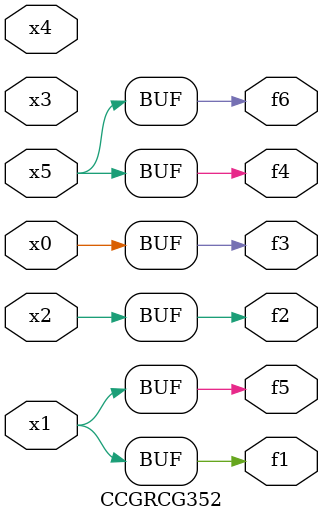
<source format=v>
module CCGRCG352(
	input x0, x1, x2, x3, x4, x5,
	output f1, f2, f3, f4, f5, f6
);
	assign f1 = x1;
	assign f2 = x2;
	assign f3 = x0;
	assign f4 = x5;
	assign f5 = x1;
	assign f6 = x5;
endmodule

</source>
